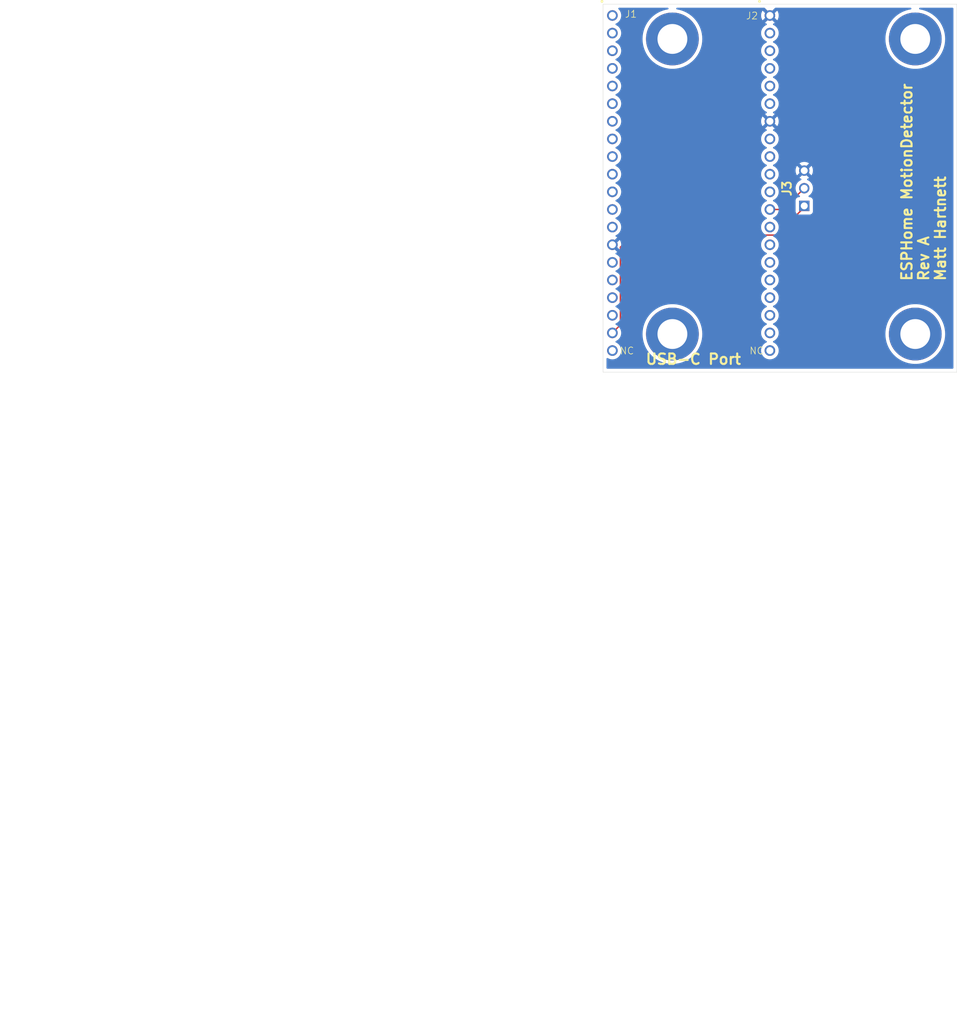
<source format=kicad_pcb>
(kicad_pcb (version 20240108) (generator "pcbnew") (generator_version "8.0")
  (title_block (title "ESPHome MotionDetector PCB") (date "2024-12-29") (rev "A") (company "Matt Hartnett"))
  (layers (0 "F.Cu" signal "T.Cu") (31 "B.Cu" power) (34 "B.Paste" user) (35 "F.Paste" user) (36 "B.SilkS" user "B.Silkscreen") (37 "F.SilkS" user "F.Silkscreen") (38 "B.Mask" user) (39 "F.Mask" user) (44 "Edge.Cuts" user))
  (net 0 "")
  (net 1 "SD2")
  (net 3 "P25")
  (net 4 "P14")
  (net 5 "+3.3V")
  (net 6 "P27")
  (net 7 "EN")
  (net 8 "P33")
  (net 9 "P35")
  (net 10 "+5V")
  (net 11 "P13")
  (net 12 "SD3")
  (net 13 "P26")
  (net 14 "P32")
  (net 15 "GND")
  (net 16 "CMD")
  (net 17 "SVP")
  (net 18 "P12")
  (net 19 "P34")
  (net 20 "SVN")
  (net 21 "P2")
  (net 22 "P22")
  (net 23 "P19")
  (net 24 "P21")
  (net 25 "CLK")
  (net 26 "TX")
  (net 27 "SD1")
  (net 28 "P0")
  (net 29 "P5")
  (net 31 "P4")
  (net 32 "P23")
  (net 33 "P15")
  (net 34 "P16")
  (net 35 "SD0")
  (net 36 "P17")
  (net 37 "RX")
  (net 38 "P18")
  (footprint "MountingHole:MountingHole_4.3mm_M4_ISO7380_Pad" (layer "F.Cu") (at 145 97.5)
    (property "Reference" "REF**" (hide yes))
    (property "Value" "MountingHole_4.3mm_M4_ISO7380_Pad" (hide yes))
    (pad "1" thru_hole circle (at 0 0) (size 7.6 7.6) (drill 4.3) (layers "*.Cu" "*.Mask"))
  )
  (footprint "footprints_lib:61302011821" (layer "F.Cu") (at 124.05 75.75 -90)
    (property "Reference" "J2" (hide yes))
    (property "Value" "61302011821" (hide yes))
    (fp_circle (center -26.16 1.5) (end -26.06 1.5) (stroke (width 0.2)) (fill none) (layer "F.SilkS"))
    (fp_text user "NC" (at 24.75 3 0) (layer "F.SilkS") (effects (font (thickness 0.1)) (justify left bottom)))
    (fp_text user "J2" (at -23.5 3.5 0) (layer "F.SilkS") (effects (font (thickness 0.1)) (justify left bottom)))
    (pad "1" thru_hole circle (at -24.13 0 270) (size 1.53 1.53) (drill 1.02) (layers "*.Cu" "*.Mask") (net 15 "GND"))
    (pad "2" thru_hole circle (at -21.59 0 270) (size 1.53 1.53) (drill 1.02) (layers "*.Cu" "*.Mask") (net 32 "P23"))
    (pad "3" thru_hole circle (at -19.05 0 270) (size 1.53 1.53) (drill 1.02) (layers "*.Cu" "*.Mask") (net 22 "P22"))
    (pad "4" thru_hole circle (at -16.51 0 270) (size 1.53 1.53) (drill 1.02) (layers "*.Cu" "*.Mask") (net 26 "TX"))
    (pad "5" thru_hole circle (at -13.97 0 270) (size 1.53 1.53) (drill 1.02) (layers "*.Cu" "*.Mask") (net 37 "RX"))
    (pad "6" thru_hole circle (at -11.43 0 270) (size 1.53 1.53) (drill 1.02) (layers "*.Cu" "*.Mask") (net 24 "P21"))
    (pad "7" thru_hole circle (at -8.89 0 270) (size 1.53 1.53) (drill 1.02) (layers "*.Cu" "*.Mask") (net 15 "GND"))
    (pad "8" thru_hole circle (at -6.35 0 270) (size 1.53 1.53) (drill 1.02) (layers "*.Cu" "*.Mask") (net 23 "P19"))
    (pad "9" thru_hole circle (at -3.81 0 270) (size 1.53 1.53) (drill 1.02) (layers "*.Cu" "*.Mask") (net 38 "P18"))
    (pad "10" thru_hole circle (at -1.27 0 270) (size 1.53 1.53) (drill 1.02) (layers "*.Cu" "*.Mask") (net 29 "P5"))
    (pad "11" thru_hole circle (at 1.27 0 270) (size 1.53 1.53) (drill 1.02) (layers "*.Cu" "*.Mask") (net 36 "P17"))
    (pad "12" thru_hole circle (at 3.81 0 270) (size 1.53 1.53) (drill 1.02) (layers "*.Cu" "*.Mask") (net 34 "P16"))
    (pad "13" thru_hole circle (at 6.35 0 270) (size 1.53 1.53) (drill 1.02) (layers "*.Cu" "*.Mask") (net 31 "P4"))
    (pad "14" thru_hole circle (at 8.89 0 270) (size 1.53 1.53) (drill 1.02) (layers "*.Cu" "*.Mask") (net 28 "P0"))
    (pad "15" thru_hole circle (at 11.43 0 270) (size 1.53 1.53) (drill 1.02) (layers "*.Cu" "*.Mask") (net 21 "P2"))
    (pad "16" thru_hole circle (at 13.97 0 270) (size 1.53 1.53) (drill 1.02) (layers "*.Cu" "*.Mask") (net 33 "P15"))
    (pad "17" thru_hole circle (at 16.51 0 270) (size 1.53 1.53) (drill 1.02) (layers "*.Cu" "*.Mask") (net 27 "SD1"))
    (pad "18" thru_hole circle (at 19.05 0 270) (size 1.53 1.53) (drill 1.02) (layers "*.Cu" "*.Mask") (net 35 "SD0"))
    (pad "19" thru_hole circle (at 21.59 0 270) (size 1.53 1.53) (drill 1.02) (layers "*.Cu" "*.Mask") (net 25 "CLK"))
    (pad "20" thru_hole circle (at 24.13 0 270) (size 1.53 1.53) (drill 1.02) (layers "*.Cu" "*.Mask"))
  )
  (footprint "MountingHole:MountingHole_4.3mm_M4_ISO7380_Pad" (layer "F.Cu") (at 110 55)
    (property "Reference" "REF**" (hide yes))
    (property "Value" "MountingHole_4.3mm_M4_ISO7380_Pad" (hide yes))
    (pad "1" thru_hole circle (at 0 0) (size 7.6 7.6) (drill 4.3) (layers "*.Cu" "*.Mask"))
  )
  (footprint "MountingHole:MountingHole_4.3mm_M4_ISO7380_Pad" (layer "F.Cu") (at 145 55)
    (property "Reference" "REF**" (hide yes))
    (property "Value" "MountingHole_4.3mm_M4_ISO7380_Pad" (hide yes))
    (pad "1" thru_hole circle (at 0 0) (size 7.6 7.6) (drill 4.3) (layers "*.Cu" "*.Mask"))
  )
  (footprint "MountingHole:MountingHole_4.3mm_M4_ISO7380_Pad" (layer "F.Cu") (at 110 97.5)
    (property "Reference" "REF**" (hide yes))
    (property "Value" "MountingHole_4.3mm_M4_ISO7380_Pad" (hide yes))
    (pad "1" thru_hole circle (at 0 0) (size 7.6 7.6) (drill 4.3) (layers "*.Cu" "*.Mask"))
  )
  (footprint "footprints_lib:61302011821" (layer "F.Cu") (at 101.35 75.75 -90)
    (property "Reference" "J1" (hide yes))
    (property "Value" "61302011821" (hide yes))
    (fp_circle (center -26.16 1.5) (end -26.06 1.5) (stroke (width 0.2)) (fill none) (layer "F.SilkS"))
    (fp_text user "NC" (at 24.75 -1 0) (layer "F.SilkS") (effects (font (thickness 0.1)) (justify left bottom)))
    (fp_text user "J1" (at -23.75 -1.75 0) (layer "F.SilkS") (effects (font (thickness 0.1)) (justify left bottom)))
    (pad "1" thru_hole circle (at -24.13 0 270) (size 1.53 1.53) (drill 1.02) (layers "*.Cu" "*.Mask") (net 5 "+3.3V"))
    (pad "2" thru_hole circle (at -21.59 0 270) (size 1.53 1.53) (drill 1.02) (layers "*.Cu" "*.Mask") (net 7 "EN"))
    (pad "3" thru_hole circle (at -19.05 0 270) (size 1.53 1.53) (drill 1.02) (layers "*.Cu" "*.Mask") (net 17 "SVP"))
    (pad "4" thru_hole circle (at -16.51 0 270) (size 1.53 1.53) (drill 1.02) (layers "*.Cu" "*.Mask") (net 20 "SVN"))
    (pad "5" thru_hole circle (at -13.97 0 270) (size 1.53 1.53) (drill 1.02) (layers "*.Cu" "*.Mask") (net 19 "P34"))
    (pad "6" thru_hole circle (at -11.43 0 270) (size 1.53 1.53) (drill 1.02) (layers "*.Cu" "*.Mask") (net 9 "P35"))
    (pad "7" thru_hole circle (at -8.89 0 270) (size 1.53 1.53) (drill 1.02) (layers "*.Cu" "*.Mask") (net 14 "P32"))
    (pad "8" thru_hole circle (at -6.35 0 270) (size 1.53 1.53) (drill 1.02) (layers "*.Cu" "*.Mask") (net 8 "P33"))
    (pad "9" thru_hole circle (at -3.81 0 270) (size 1.53 1.53) (drill 1.02) (layers "*.Cu" "*.Mask") (net 3 "P25"))
    (pad "10" thru_hole circle (at -1.27 0 270) (size 1.53 1.53) (drill 1.02) (layers "*.Cu" "*.Mask") (net 13 "P26"))
    (pad "11" thru_hole circle (at 1.27 0 270) (size 1.53 1.53) (drill 1.02) (layers "*.Cu" "*.Mask") (net 6 "P27"))
    (pad "12" thru_hole circle (at 3.81 0 270) (size 1.53 1.53) (drill 1.02) (layers "*.Cu" "*.Mask") (net 4 "P14"))
    (pad "13" thru_hole circle (at 6.35 0 270) (size 1.53 1.53) (drill 1.02) (layers "*.Cu" "*.Mask") (net 18 "P12"))
    (pad "14" thru_hole circle (at 8.89 0 270) (size 1.53 1.53) (drill 1.02) (layers "*.Cu" "*.Mask") (net 15 "GND"))
    (pad "15" thru_hole circle (at 11.43 0 270) (size 1.53 1.53) (drill 1.02) (layers "*.Cu" "*.Mask") (net 11 "P13"))
    (pad "16" thru_hole circle (at 13.97 0 270) (size 1.53 1.53) (drill 1.02) (layers "*.Cu" "*.Mask") (net 1 "SD2"))
    (pad "17" thru_hole circle (at 16.51 0 270) (size 1.53 1.53) (drill 1.02) (layers "*.Cu" "*.Mask") (net 12 "SD3"))
    (pad "18" thru_hole circle (at 19.05 0 270) (size 1.53 1.53) (drill 1.02) (layers "*.Cu" "*.Mask") (net 16 "CMD"))
    (pad "19" thru_hole circle (at 21.59 0 270) (size 1.53 1.53) (drill 1.02) (layers "*.Cu" "*.Mask") (net 10 "+5V"))
    (pad "20" thru_hole circle (at 24.13 0 270) (size 1.53 1.53) (drill 1.02) (layers "*.Cu" "*.Mask"))
  )
  (footprint "footprints_lib:SHDR3W78P0X254_1X3_772X252X850P" (layer "F.Cu") (at 129 79.04 90)
    (property "Reference" "J3" (at 2.5 -2.5 90) (layer "F.SilkS") (effects (font (size 1.27 1.27) (thickness 0.254))))
    (property "Value" "215299-3" (hide yes))
    (pad "1" thru_hole rect (at 0 0 90) (size 1.5 1.5) (drill 1) (layers "*.Cu" "*.Mask") (net 10 "+5V"))
    (pad "2" thru_hole circle (at 2.54 0 90) (size 1.5 1.5) (drill 1) (layers "*.Cu" "*.Mask") (net 34 "P16"))
    (pad "3" thru_hole circle (at 5.08 0 90) (size 1.5 1.5) (drill 1) (layers "*.Cu" "*.Mask") (net 15 "GND"))
  )
  (gr_rect (start 100 50) (end 151 103) (stroke (width 0.05)) (fill none) (layer "Edge.Cuts"))
  (gr_text "ESPHome MotionDetector\nRev A\nMatt Hartnett" (at 149.5 90 90) (layer "F.SilkS") (effects (font (size 1.5 1.5) (thickness 0.3) (bold yes)) (justify left bottom)))
  (gr_text "USB-C Port" (at 106 102 0) (layer "F.SilkS") (effects (font (size 1.5 1.5) (thickness 0.3) (bold yes)) (justify left bottom)))
  (segment (start 129 79.04) (end 129 79.25) (width 0.2) (layer "F.Cu") (net 10))
  (segment (start 102.5 85) (end 102.5 96.19) (width 0.2) (layer "F.Cu") (net 10))
  (segment (start 102.5 96.19) (end 101.35 97.34) (width 0.2) (layer "F.Cu") (net 10))
  (segment (start 125 83.25) (end 104.25 83.25) (width 0.2) (layer "F.Cu") (net 10))
  (segment (start 129 79.25) (end 125 83.25) (width 0.2) (layer "F.Cu") (net 10))
  (segment (start 104.25 83.25) (end 102.5 85) (width 0.2) (layer "F.Cu") (net 10))
  (segment (start 125.94 79.56) (end 129 76.5) (width 0.2) (layer "F.Cu") (net 34))
  (segment (start 124.05 79.45) (end 124.05 79.56) (width 0.2) (layer "F.Cu") (net 34))
  (segment (start 124.05 79.56) (end 125.94 79.56) (width 0.2) (layer "F.Cu") (net 34))
  (zone (net 15) (net_name "GND") (layer "B.Cu") (name "GND") (connect_pads (clearance 0.5)) (min_thickness 0.25) (fill yes (thermal_gap 0.5) (thermal_bridge_width 0.5))
    (polygon (pts (xy 100 50) (xy 151 50) (xy 151 103) (xy 100 103)))
  )
)
</source>
